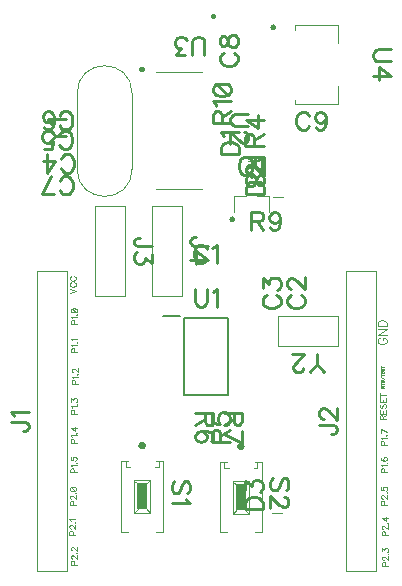
<source format=gbr>
G04 DipTrace 4.0.0.3*
G04 TopSilk.gbr*
%MOIN*%
G04 #@! TF.FileFunction,Legend,Top*
G04 #@! TF.Part,Single*
%ADD10C,0.004724*%
%ADD27C,0.007874*%
%ADD29C,0.011811*%
%ADD55C,0.009264*%
%ADD56C,0.004632*%
%ADD57C,0.001544*%
%ADD58C,0.003088*%
%FSLAX26Y26*%
G04*
G70*
G90*
G75*
G01*
G04 TopSilk*
%LPD*%
X1159299Y1832915D2*
D10*
X1127803Y1832914D1*
X1243318Y1714089D2*
X1211822D1*
X1240037Y661310D2*
X1208541D1*
X524966Y1466650D2*
X424966D1*
X524966Y466650D2*
Y1466650D1*
Y466650D2*
X424966D1*
Y541650D1*
Y1466650D1*
X1552668Y1468894D2*
X1452668D1*
X1552668Y468894D2*
Y1468894D1*
Y468894D2*
X1452668D1*
Y543894D1*
Y1468894D1*
X618780Y1685129D2*
X718780D1*
Y1385129D1*
X618780D2*
X718780D1*
X618780Y1685129D2*
Y1385129D1*
X806428Y1685261D2*
X906428D1*
Y1385261D1*
X806428D2*
X906428D1*
X806428Y1685261D2*
Y1385261D1*
X1119662Y1719026D2*
X1079898Y1719025D1*
X1079900Y1663907D1*
X1158245Y1719027D2*
X1198008Y1719028D1*
X1198010Y1663910D1*
G36*
X1064940Y1639890D2*
X1065024Y1641175D1*
X1065275Y1642438D1*
X1065689Y1643657D1*
X1066258Y1644812D1*
X1066974Y1645882D1*
X1067822Y1646850D1*
X1068790Y1647699D1*
X1069861Y1648414D1*
X1071016Y1648984D1*
X1072235Y1649398D1*
X1073497Y1649649D1*
X1074782Y1649733D1*
X1076067Y1649649D1*
X1077330Y1649398D1*
X1078549Y1648984D1*
X1079703Y1648415D1*
X1080774Y1647699D1*
X1081742Y1646851D1*
X1082591Y1645883D1*
X1083306Y1644812D1*
X1083876Y1643657D1*
X1084289Y1642438D1*
X1084541Y1641176D1*
X1084625Y1639891D1*
D1*
X1084541Y1638606D1*
X1084290Y1637343D1*
X1083876Y1636124D1*
X1083306Y1634970D1*
X1082591Y1633899D1*
X1081742Y1632931D1*
X1080774Y1632082D1*
X1079704Y1631367D1*
X1078549Y1630797D1*
X1077330Y1630384D1*
X1076067Y1630132D1*
X1074783Y1630048D1*
X1073498Y1630132D1*
X1072235Y1630383D1*
X1071016Y1630797D1*
X1069861Y1631367D1*
X1068791Y1632082D1*
X1067823Y1632931D1*
X1066974Y1633899D1*
X1066259Y1634969D1*
X1065689Y1636124D1*
X1065275Y1637343D1*
X1065024Y1638606D1*
X1064940Y1639890D1*
D1*
G37*
X703492Y835255D2*
D10*
Y599038D1*
X845224Y835255D2*
Y599038D1*
Y835255D2*
X821597D1*
X703492D2*
X727119D1*
X703492Y599038D2*
X727119D1*
X821597D2*
X845224D1*
X829478Y835255D2*
Y815542D1*
X817672D1*
X734986D2*
X719239D1*
Y835255D1*
X801911Y772261D2*
X746806D1*
Y662031D1*
X801911D1*
Y772261D1*
G36*
X790105Y760427D2*
X758612D1*
Y673865D1*
X790105D1*
Y760427D1*
G37*
X786164Y756504D2*
D10*
X801911Y772261D1*
X786164Y677787D2*
X801911Y662031D1*
X762552Y677787D2*
X746806Y662031D1*
X762552Y756504D2*
X746806Y768339D1*
G36*
X761857Y885877D2*
X761964Y887508D1*
X762283Y889112D1*
X762809Y890661D1*
X763532Y892127D1*
X764440Y893487D1*
X765519Y894716D1*
X766748Y895795D1*
X768108Y896703D1*
X769574Y897426D1*
X771123Y897952D1*
X772727Y898271D1*
X774358Y898378D1*
X775990Y898271D1*
X777594Y897952D1*
X779142Y897426D1*
X780609Y896703D1*
X781969Y895795D1*
X783198Y894716D1*
X784276Y893487D1*
X785185Y892127D1*
X785908Y890661D1*
X786434Y889112D1*
X786753Y887508D1*
X786860Y885877D1*
Y885871D1*
X786753Y884240D1*
X786434Y882636D1*
X785908Y881087D1*
X785185Y879621D1*
X784276Y878261D1*
X783198Y877032D1*
X781969Y875953D1*
X780609Y875045D1*
X779142Y874322D1*
X777594Y873796D1*
X775990Y873477D1*
X774358Y873370D1*
X772727Y873477D1*
X771123Y873796D1*
X769574Y874322D1*
X768108Y875045D1*
X766748Y875953D1*
X765519Y877032D1*
X764440Y878261D1*
X763532Y879621D1*
X762809Y881087D1*
X762283Y882636D1*
X761964Y884240D1*
X761857Y885871D1*
Y885877D1*
G37*
X1032398Y832344D2*
D10*
Y596127D1*
X1174130Y832344D2*
Y596127D1*
Y832344D2*
X1150503D1*
X1032398D2*
X1056025D1*
X1032398Y596127D2*
X1056025D1*
X1150503D2*
X1174130D1*
X1158383Y832344D2*
Y812631D1*
X1146577D1*
X1063891D2*
X1048144D1*
Y832344D1*
X1130816Y769350D2*
X1075711D1*
Y659121D1*
X1130816D1*
Y769350D1*
G36*
X1119010Y757516D2*
X1087517D1*
Y670954D1*
X1119010D1*
Y757516D1*
G37*
X1115070Y753593D2*
D10*
X1130816Y769350D1*
X1115070Y674877D2*
X1130816Y659121D1*
X1091458Y674877D2*
X1075711Y659121D1*
X1091458Y753593D2*
X1075711Y765428D1*
G36*
X1090762Y882966D2*
X1090869Y884598D1*
X1091188Y886201D1*
X1091714Y887750D1*
X1092437Y889217D1*
X1093346Y890576D1*
X1094424Y891806D1*
X1095653Y892884D1*
X1097013Y893792D1*
X1098480Y894516D1*
X1100028Y895041D1*
X1101632Y895360D1*
X1103264Y895467D1*
X1104896Y895360D1*
X1106499Y895041D1*
X1108048Y894516D1*
X1109514Y893792D1*
X1110874Y892884D1*
X1112104Y891806D1*
X1113182Y890576D1*
X1114090Y889217D1*
X1114813Y887750D1*
X1115339Y886201D1*
X1115658Y884598D1*
X1115765Y882966D1*
Y882961D1*
X1115658Y881329D1*
X1115339Y879725D1*
X1114813Y878177D1*
X1114090Y876710D1*
X1113182Y875350D1*
X1112104Y874121D1*
X1110874Y873043D1*
X1109514Y872134D1*
X1108048Y871411D1*
X1106499Y870885D1*
X1104896Y870566D1*
X1103264Y870459D1*
X1101632Y870566D1*
X1100028Y870885D1*
X1098480Y871411D1*
X1097013Y872134D1*
X1095653Y873043D1*
X1094424Y874121D1*
X1093346Y875350D1*
X1092437Y876710D1*
X1091714Y878177D1*
X1091188Y879725D1*
X1090869Y881329D1*
X1090762Y882961D1*
Y882966D1*
G37*
X914123Y1309559D2*
D27*
X1059793D1*
Y1053654D1*
X914123D1*
Y1309559D1*
X842273Y1319402D2*
X900344D1*
X975072Y2132115D2*
D10*
X821529D1*
X975072Y1741564D2*
X821529D1*
G36*
X773891Y2149438D2*
X775176Y2149354D1*
X776439Y2149103D1*
X777658Y2148689D1*
X778812Y2148120D1*
X779883Y2147404D1*
X780851Y2146556D1*
X781700Y2145588D1*
X782415Y2144517D1*
X782984Y2143362D1*
X783398Y2142143D1*
X783649Y2140881D1*
X783734Y2139596D1*
X783649Y2138311D1*
X783398Y2137048D1*
X782984Y2135829D1*
X782415Y2134675D1*
X781700Y2133604D1*
X780851Y2132636D1*
X779883Y2131787D1*
X778812Y2131072D1*
X777658Y2130502D1*
X776439Y2130089D1*
X775176Y2129837D1*
X773891Y2129753D1*
D1*
X772606Y2129837D1*
X771344Y2130089D1*
X770125Y2130502D1*
X768970Y2131072D1*
X767899Y2131787D1*
X766931Y2132636D1*
X766082Y2133604D1*
X765367Y2134675D1*
X764798Y2135829D1*
X764384Y2137048D1*
X764133Y2138311D1*
X764049Y2139596D1*
X764133Y2140881D1*
X764384Y2142143D1*
X764798Y2143362D1*
X765367Y2144517D1*
X766082Y2145588D1*
X766931Y2146556D1*
X767899Y2147404D1*
X768970Y2148120D1*
X770125Y2148689D1*
X771344Y2149103D1*
X772606Y2149354D1*
X773891Y2149438D1*
D1*
G37*
X1011139Y2317332D2*
D29*
X1011169Y2316991D1*
X1011257Y2316659D1*
X1011403Y2316348D1*
X1011600Y2316067D1*
X1011843Y2315824D1*
X1012123Y2315627D1*
X1012434Y2315482D1*
X1012766Y2315394D1*
X1013108Y2315364D1*
X1013449Y2315394D1*
X1013781Y2315482D1*
X1014092Y2315627D1*
X1014373Y2315824D1*
X1014615Y2316067D1*
X1014812Y2316348D1*
X1014958Y2316659D1*
X1015046Y2316991D1*
X1015076Y2317332D1*
X1015046Y2317673D1*
X1014958Y2318005D1*
X1014812Y2318316D1*
X1014615Y2318597D1*
X1014373Y2318840D1*
X1014092Y2319037D1*
X1013781Y2319182D1*
X1013449Y2319270D1*
X1013108Y2319301D1*
X1012766Y2319270D1*
X1012434Y2319182D1*
X1012123Y2319037D1*
X1011843Y2318840D1*
X1011600Y2318597D1*
X1011403Y2318316D1*
X1011257Y2318005D1*
X1011169Y2317673D1*
X1011139Y2317332D1*
X1428803Y2227519D2*
D10*
X1428801Y2287755D1*
X1282344Y2287751D1*
X1282345Y2272397D1*
X1428806Y2083424D2*
X1428808Y2023188D1*
X1282351Y2023185D1*
Y2038539D1*
G36*
X1211478Y2289718D2*
X1212763Y2289634D1*
X1214026Y2289383D1*
X1215245Y2288969D1*
X1216399Y2288400D1*
X1217470Y2287684D1*
X1218438Y2286835D1*
X1219287Y2285868D1*
X1220002Y2284797D1*
X1220572Y2283642D1*
X1220986Y2282423D1*
X1221237Y2281161D1*
X1221321Y2279876D1*
X1221237Y2278591D1*
X1220986Y2277328D1*
X1220572Y2276109D1*
X1220002Y2274955D1*
X1219287Y2273884D1*
X1218438Y2272916D1*
X1217470Y2272067D1*
X1216400Y2271352D1*
X1215245Y2270782D1*
X1214026Y2270369D1*
X1212763Y2270117D1*
X1211479Y2270033D1*
D1*
X1210194Y2270117D1*
X1208931Y2270368D1*
X1207712Y2270782D1*
X1206557Y2271352D1*
X1205487Y2272067D1*
X1204519Y2272916D1*
X1203670Y2273884D1*
X1202955Y2274954D1*
X1202385Y2276109D1*
X1201971Y2277328D1*
X1201720Y2278591D1*
X1201636Y2279875D1*
X1201720Y2281160D1*
X1201971Y2282423D1*
X1202385Y2283642D1*
X1202954Y2284797D1*
X1203670Y2285867D1*
X1204519Y2286835D1*
X1205486Y2287684D1*
X1206557Y2288399D1*
X1207712Y2288969D1*
X1208931Y2289383D1*
X1210193Y2289634D1*
X1211478Y2289718D1*
D1*
G37*
X557462Y1808259D2*
D10*
Y2060227D1*
X740927Y1808259D2*
Y2060227D1*
X557462Y1808259D2*
G03X740927Y1808259I91732J0D01*
G01*
X557462Y2060227D2*
G02X740927Y2060227I91732J0D01*
G01*
X1226785Y1318551D2*
Y1218551D1*
X1426785Y1318551D2*
X1226785D1*
X1426785D2*
Y1218551D1*
X1226785D1*
X1566317Y1244921D2*
D56*
X1563465Y1243495D1*
X1560580Y1240610D1*
X1559154Y1237758D1*
Y1232021D1*
X1560580Y1229136D1*
X1563465Y1226284D1*
X1566317Y1224825D1*
X1570628Y1223399D1*
X1577824D1*
X1582102Y1224825D1*
X1584987Y1226284D1*
X1587839Y1229136D1*
X1589298Y1232021D1*
Y1237758D1*
X1587839Y1240610D1*
X1584987Y1243495D1*
X1582102Y1244921D1*
X1577824D1*
Y1237758D1*
X1559154Y1274281D2*
X1589298D1*
X1559154Y1254185D1*
X1589298D1*
X1559154Y1283544D2*
X1589298D1*
Y1293592D1*
X1587839Y1297903D1*
X1584987Y1300788D1*
X1582102Y1302214D1*
X1577824Y1303640D1*
X1570628D1*
X1566317Y1302214D1*
X1563465Y1300788D1*
X1560580Y1297903D1*
X1559154Y1293592D1*
Y1283544D1*
X1573863Y1077142D2*
D57*
Y1081442D1*
X1573377Y1082879D1*
X1572901Y1083365D1*
X1571951Y1083841D1*
X1570989D1*
X1570038Y1083365D1*
X1569552Y1082879D1*
X1569077Y1081442D1*
Y1077142D1*
X1579125D1*
X1573863Y1080491D2*
X1579125Y1083841D1*
X1569077Y1090278D2*
X1579125D1*
X1569077Y1086929D2*
Y1093627D1*
X1570514Y1103414D2*
X1569552Y1102463D1*
X1569077Y1101026D1*
Y1099114D1*
X1569552Y1097677D1*
X1570514Y1096715D1*
X1571464D1*
X1572426Y1097201D1*
X1572901Y1097677D1*
X1573377Y1098627D1*
X1574338Y1101501D1*
X1574814Y1102463D1*
X1575300Y1102938D1*
X1576251Y1103414D1*
X1577688D1*
X1578638Y1102463D1*
X1579125Y1101026D1*
Y1099114D1*
X1578638Y1097677D1*
X1577688Y1096715D1*
X1579125Y1106502D2*
X1569088Y1113200D1*
X1569077Y1119637D2*
X1579125D1*
X1569077Y1116288D2*
Y1122987D1*
Y1132287D2*
Y1126075D1*
X1579125D1*
Y1132287D1*
X1573863Y1126075D2*
Y1129899D1*
X1570514Y1142073D2*
X1569552Y1141123D1*
X1569077Y1139686D1*
Y1137773D1*
X1569552Y1136336D1*
X1570514Y1135375D1*
X1571464D1*
X1572426Y1135861D1*
X1572901Y1136336D1*
X1573377Y1137287D1*
X1574338Y1140161D1*
X1574814Y1141123D1*
X1575300Y1141598D1*
X1576251Y1142073D1*
X1577688D1*
X1578638Y1141123D1*
X1579125Y1139686D1*
Y1137773D1*
X1578638Y1136336D1*
X1577688Y1135375D1*
X1569077Y1148511D2*
X1579125D1*
X1569077Y1145161D2*
Y1151860D1*
X1576422Y972963D2*
D58*
Y981562D1*
X1575449Y984437D1*
X1574498Y985409D1*
X1572597Y986360D1*
X1570674D1*
X1568772Y985409D1*
X1567800Y984437D1*
X1566849Y981562D1*
Y972963D1*
X1586945D1*
X1576422Y979661D2*
X1586945Y986360D1*
X1566849Y1004960D2*
Y992536D1*
X1586945D1*
Y1004960D1*
X1576422Y992536D2*
Y1000185D1*
X1569723Y1024533D2*
X1567800Y1022632D1*
X1566849Y1019758D1*
Y1015933D1*
X1567800Y1013059D1*
X1569723Y1011136D1*
X1571624D1*
X1573548Y1012109D1*
X1574498Y1013059D1*
X1575449Y1014961D1*
X1577372Y1020709D1*
X1578323Y1022632D1*
X1579296Y1023583D1*
X1581197Y1024533D1*
X1584071D1*
X1585972Y1022632D1*
X1586945Y1019758D1*
Y1015933D1*
X1585972Y1013059D1*
X1584071Y1011136D1*
X1566849Y1043134D2*
Y1030709D1*
X1586945D1*
Y1043134D1*
X1576422Y1030709D2*
Y1038358D1*
X1566849Y1056008D2*
X1586945D1*
X1566849Y1049309D2*
Y1062707D1*
X1579590Y888234D2*
Y896856D1*
X1578640Y899708D1*
X1577667Y900681D1*
X1575766Y901632D1*
X1572892D1*
X1570990Y900681D1*
X1570018Y899708D1*
X1569067Y896856D1*
Y888234D1*
X1589163D1*
X1572914Y907807D2*
X1571941Y909731D1*
X1569089Y912605D1*
X1589163D1*
X1587240Y919731D2*
X1588212Y918780D1*
X1589163Y919731D1*
X1588212Y920704D1*
X1587240Y919731D1*
X1589163Y930704D2*
X1569089Y940277D1*
Y926879D1*
X1581190Y796562D2*
Y805184D1*
X1580239Y808036D1*
X1579267Y809009D1*
X1577365Y809960D1*
X1574491D1*
X1572590Y809009D1*
X1571617Y808036D1*
X1570667Y805184D1*
Y796562D1*
X1590763D1*
X1574513Y816135D2*
X1573541Y818059D1*
X1570689Y820933D1*
X1590763D1*
X1588839Y828059D2*
X1589812Y827108D1*
X1590763Y828059D1*
X1589812Y829032D1*
X1588839Y828059D1*
X1573541Y846681D2*
X1571639Y845731D1*
X1570689Y842857D1*
Y840956D1*
X1571639Y838082D1*
X1574513Y836158D1*
X1579289Y835208D1*
X1584064D1*
X1587889Y836158D1*
X1589812Y838082D1*
X1590763Y840956D1*
Y841906D1*
X1589812Y844758D1*
X1587889Y846681D1*
X1585015Y847632D1*
X1584064D1*
X1581190Y846681D1*
X1579289Y844758D1*
X1578338Y841906D1*
Y840956D1*
X1579289Y838082D1*
X1581190Y836158D1*
X1584064Y835208D1*
X533511Y1393991D2*
X553607Y1401641D1*
X533511Y1409290D1*
X538286Y1429814D2*
X536385Y1428863D1*
X534461Y1426940D1*
X533511Y1425038D1*
Y1421214D1*
X534461Y1419290D1*
X536385Y1417389D1*
X538286Y1416416D1*
X541160Y1415466D1*
X545957D1*
X548809Y1416416D1*
X550732Y1417389D1*
X552634Y1419290D1*
X553607Y1421214D1*
Y1425038D1*
X552634Y1426940D1*
X550732Y1428863D1*
X548809Y1429814D1*
X538286Y1450337D2*
X536385Y1449387D1*
X534461Y1447463D1*
X533511Y1445562D1*
Y1441737D1*
X534461Y1439814D1*
X536385Y1437913D1*
X538286Y1436940D1*
X541160Y1435989D1*
X545957D1*
X548809Y1436940D1*
X550732Y1437913D1*
X552634Y1439814D1*
X553607Y1441737D1*
Y1445562D1*
X552634Y1447463D1*
X550732Y1449387D1*
X548809Y1450337D1*
X1581405Y688523D2*
Y697145D1*
X1580455Y699997D1*
X1579482Y700970D1*
X1577581Y701920D1*
X1574707D1*
X1572805Y700970D1*
X1571833Y699997D1*
X1570882Y697145D1*
Y688523D1*
X1590978D1*
X1575679Y709069D2*
X1574729D1*
X1572805Y710019D1*
X1571855Y710970D1*
X1570904Y712893D1*
Y716718D1*
X1571855Y718619D1*
X1572805Y719570D1*
X1574729Y720543D1*
X1576630D1*
X1578553Y719570D1*
X1581405Y717669D1*
X1590978Y708096D1*
Y721493D1*
X1589055Y728620D2*
X1590027Y727669D1*
X1590978Y728620D1*
X1590027Y729592D1*
X1589055Y728620D1*
X1570904Y747242D2*
Y737691D1*
X1579504Y736741D1*
X1578553Y737691D1*
X1577581Y740565D1*
Y743417D1*
X1578553Y746291D1*
X1580455Y748215D1*
X1583329Y749165D1*
X1585230D1*
X1588104Y748215D1*
X1590027Y746291D1*
X1590978Y743417D1*
Y740565D1*
X1590027Y737691D1*
X1589055Y736741D1*
X1587153Y735768D1*
X1583863Y586666D2*
Y595288D1*
X1582913Y598140D1*
X1581940Y599113D1*
X1580039Y600063D1*
X1577165D1*
X1575263Y599113D1*
X1574291Y598140D1*
X1573340Y595288D1*
Y586666D1*
X1593436D1*
X1578137Y607212D2*
X1577187D1*
X1575263Y608162D1*
X1574313Y609113D1*
X1573362Y611036D1*
Y614861D1*
X1574313Y616762D1*
X1575263Y617713D1*
X1577187Y618686D1*
X1579088D1*
X1581011Y617713D1*
X1583863Y615812D1*
X1593436Y606239D1*
Y619636D1*
X1591513Y626763D2*
X1592485Y625812D1*
X1593436Y626763D1*
X1592485Y627735D1*
X1591513Y626763D1*
X1593436Y643484D2*
X1573362D1*
X1586737Y633911D1*
Y648259D1*
X1584820Y483919D2*
Y492541D1*
X1583869Y495393D1*
X1582897Y496366D1*
X1580995Y497317D1*
X1578121D1*
X1576220Y496366D1*
X1575247Y495393D1*
X1574297Y492541D1*
Y483919D1*
X1594393D1*
X1579094Y504465D2*
X1578143D1*
X1576220Y505416D1*
X1575269Y506366D1*
X1574319Y508290D1*
Y512114D1*
X1575269Y514016D1*
X1576220Y514966D1*
X1578143Y515939D1*
X1580045D1*
X1581968Y514966D1*
X1584820Y513065D1*
X1594393Y503492D1*
Y516890D1*
X1592469Y524016D2*
X1593442Y523065D1*
X1594393Y524016D1*
X1593442Y524989D1*
X1592469Y524016D1*
X1574319Y533088D2*
Y543589D1*
X1581968Y537863D1*
Y540737D1*
X1582919Y542638D1*
X1583869Y543589D1*
X1586743Y544562D1*
X1588645D1*
X1591519Y543589D1*
X1593442Y541688D1*
X1594393Y538814D1*
Y535940D1*
X1593442Y533088D1*
X1592469Y532137D1*
X1590568Y531164D1*
X547565Y1290839D2*
Y1299461D1*
X546615Y1302313D1*
X545642Y1303286D1*
X543741Y1304237D1*
X540867D1*
X538965Y1303286D1*
X537993Y1302313D1*
X537042Y1299461D1*
Y1290839D1*
X557138D1*
X540889Y1310412D2*
X539916Y1312336D1*
X537064Y1315210D1*
X557138D1*
X555215Y1322336D2*
X556187Y1321385D1*
X557138Y1322336D1*
X556187Y1323309D1*
X555215Y1322336D1*
X537064Y1335232D2*
X538015Y1332358D1*
X540889Y1330435D1*
X545664Y1329484D1*
X548538D1*
X553313Y1330435D1*
X556187Y1332358D1*
X557138Y1335232D1*
Y1337134D1*
X556187Y1340008D1*
X553313Y1341909D1*
X548538Y1342882D1*
X545664D1*
X540889Y1341909D1*
X538015Y1340008D1*
X537064Y1337134D1*
Y1335232D1*
X540889Y1341909D2*
X553313Y1330435D1*
X548753Y1197480D2*
Y1206102D1*
X547802Y1208954D1*
X546830Y1209926D1*
X544928Y1210877D1*
X542054D1*
X540153Y1209926D1*
X539180Y1208954D1*
X538230Y1206102D1*
Y1197480D1*
X558326D1*
X542076Y1217053D2*
X541104Y1218976D1*
X538252Y1221850D1*
X558326D1*
X556402Y1228976D2*
X557375Y1228026D1*
X558326Y1228976D1*
X557375Y1229949D1*
X556402Y1228976D1*
X542076Y1236125D2*
X541104Y1238048D1*
X538252Y1240922D1*
X558326D1*
X549413Y1091435D2*
Y1100057D1*
X548462Y1102909D1*
X547490Y1103882D1*
X545588Y1104832D1*
X542714D1*
X540813Y1103882D1*
X539840Y1102909D1*
X538890Y1100057D1*
Y1091435D1*
X558986D1*
X542737Y1111008D2*
X541764Y1112931D1*
X538912Y1115805D1*
X558986D1*
X557062Y1122932D2*
X558035Y1121981D1*
X558986Y1122932D1*
X558035Y1123905D1*
X557062Y1122932D1*
X543687Y1131053D2*
X542737D1*
X540813Y1132004D1*
X539863Y1132954D1*
X538912Y1134878D1*
Y1138702D1*
X539863Y1140604D1*
X540813Y1141554D1*
X542737Y1142527D1*
X544638D1*
X546561Y1141554D1*
X549413Y1139653D1*
X558986Y1130080D1*
Y1143478D1*
X548172Y991767D2*
Y1000389D1*
X547221Y1003241D1*
X546248Y1004214D1*
X544347Y1005164D1*
X541473D1*
X539572Y1004214D1*
X538599Y1003241D1*
X537648Y1000389D1*
Y991767D1*
X557744D1*
X541495Y1011340D2*
X540522Y1013263D1*
X537670Y1016137D1*
X557744D1*
X555821Y1023264D2*
X556794Y1022313D1*
X557744Y1023264D1*
X556794Y1024237D1*
X555821Y1023264D1*
X537670Y1032336D2*
Y1042837D1*
X545320Y1037111D1*
Y1039985D1*
X546270Y1041886D1*
X547221Y1042837D1*
X550095Y1043810D1*
X551996D1*
X554870Y1042837D1*
X556794Y1040936D1*
X557744Y1038062D1*
Y1035188D1*
X556794Y1032336D1*
X555821Y1031385D1*
X553920Y1030412D1*
X546030Y895320D2*
Y903942D1*
X545079Y906793D1*
X544107Y907766D1*
X542205Y908717D1*
X539331D1*
X537430Y907766D1*
X536457Y906793D1*
X535507Y903942D1*
Y895320D1*
X555603D1*
X539353Y914893D2*
X538381Y916816D1*
X535529Y919690D1*
X555603D1*
X553679Y926816D2*
X554652Y925866D1*
X555603Y926816D1*
X554652Y927789D1*
X553679Y926816D1*
X555603Y943537D2*
X535529D1*
X548904Y933965D1*
Y948313D1*
X546010Y796617D2*
Y805239D1*
X545060Y808091D1*
X544087Y809064D1*
X542186Y810015D1*
X539312D1*
X537410Y809064D1*
X536438Y808091D1*
X535487Y805239D1*
Y796617D1*
X555583D1*
X539334Y816190D2*
X538361Y818114D1*
X535509Y820988D1*
X555583D1*
X553660Y828114D2*
X554632Y827164D1*
X555583Y828114D1*
X554632Y829087D1*
X553660Y828114D1*
X535509Y846737D2*
Y837186D1*
X544109Y836235D1*
X543158Y837186D1*
X542186Y840060D1*
Y842912D1*
X543158Y845786D1*
X545060Y847709D1*
X547934Y848660D1*
X549835D1*
X552709Y847709D1*
X554632Y845786D1*
X555583Y842912D1*
Y840060D1*
X554632Y837186D1*
X553660Y836235D1*
X551758Y835263D1*
X544319Y687057D2*
Y695679D1*
X543368Y698531D1*
X542395Y699504D1*
X540494Y700454D1*
X537620D1*
X535719Y699504D1*
X534746Y698531D1*
X533795Y695679D1*
Y687057D1*
X553891D1*
X538593Y707603D2*
X537642D1*
X535719Y708553D1*
X534768Y709504D1*
X533817Y711427D1*
Y715252D1*
X534768Y717153D1*
X535719Y718104D1*
X537642Y719077D1*
X539543D1*
X541467Y718104D1*
X544319Y716203D1*
X553891Y706630D1*
Y720027D1*
X551968Y727154D2*
X552941Y726203D1*
X553891Y727154D1*
X552941Y728126D1*
X551968Y727154D1*
X533817Y740050D2*
X534768Y737176D1*
X537642Y735253D1*
X542417Y734302D1*
X545291D1*
X550067Y735253D1*
X552941Y737176D1*
X553891Y740050D1*
Y741951D1*
X552941Y744826D1*
X550067Y746727D1*
X545291Y747700D1*
X542417D1*
X537642Y746727D1*
X534768Y744826D1*
X533817Y741951D1*
Y740050D1*
X537642Y746727D2*
X550067Y735253D1*
X542438Y588536D2*
Y597158D1*
X541487Y600010D1*
X540515Y600983D1*
X538613Y601933D1*
X535739D1*
X533838Y600983D1*
X532865Y600010D1*
X531915Y597158D1*
Y588536D1*
X552011D1*
X536712Y609082D2*
X535761D1*
X533838Y610032D1*
X532887Y610983D1*
X531937Y612906D1*
Y616731D1*
X532887Y618632D1*
X533838Y619583D1*
X535761Y620556D1*
X537663D1*
X539586Y619583D1*
X542438Y617682D1*
X552011Y608109D1*
Y621506D1*
X550087Y628633D2*
X551060Y627682D1*
X552011Y628633D1*
X551060Y629605D1*
X550087Y628633D1*
X535761Y635781D2*
X534789Y637705D1*
X531937Y640579D1*
X552011D1*
X547627Y488196D2*
Y496818D1*
X546676Y499670D1*
X545704Y500643D1*
X543802Y501593D1*
X540928D1*
X539027Y500643D1*
X538054Y499670D1*
X537104Y496818D1*
Y488196D1*
X557200D1*
X541901Y508742D2*
X540950D1*
X539027Y509693D1*
X538076Y510643D1*
X537126Y512567D1*
Y516391D1*
X538076Y518293D1*
X539027Y519243D1*
X540950Y520216D1*
X542852D1*
X544775Y519243D1*
X547627Y517342D1*
X557200Y507769D1*
Y521167D1*
X555276Y528293D2*
X556249Y527342D1*
X557200Y528293D1*
X556249Y529266D1*
X555276Y528293D1*
X541901Y536414D2*
X540950D1*
X539027Y537365D1*
X538076Y538315D1*
X537126Y540239D1*
Y544063D1*
X538076Y545965D1*
X539027Y546915D1*
X540950Y547888D1*
X542852D1*
X544775Y546915D1*
X547627Y545014D1*
X557200Y535441D1*
Y548839D1*
X989522Y1540687D2*
D55*
X986670Y1546391D1*
X980900Y1552161D1*
X975196Y1555013D1*
X963722D1*
X957952Y1552161D1*
X952248Y1546391D1*
X949330Y1540687D1*
X946478Y1532065D1*
Y1517673D1*
X949330Y1509118D1*
X952248Y1503347D1*
X957952Y1497644D1*
X963722Y1494725D1*
X975196D1*
X980900Y1497644D1*
X986670Y1503347D1*
X989522Y1509118D1*
X1008049Y1543473D2*
X1013819Y1546391D1*
X1022441Y1554947D1*
Y1494725D1*
X1272011Y1387941D2*
X1266307Y1385089D1*
X1260537Y1379319D1*
X1257685Y1373615D1*
Y1362141D1*
X1260537Y1356371D1*
X1266307Y1350667D1*
X1272011Y1347749D1*
X1280633Y1344897D1*
X1295025D1*
X1303581Y1347749D1*
X1309351Y1350667D1*
X1315055Y1356371D1*
X1317973Y1362141D1*
Y1373615D1*
X1315055Y1379319D1*
X1309351Y1385089D1*
X1303581Y1387941D1*
X1272077Y1409386D2*
X1269225D1*
X1263455Y1412238D1*
X1260603Y1415090D1*
X1257751Y1420860D1*
Y1432334D1*
X1260603Y1438038D1*
X1263455Y1440890D1*
X1269225Y1443808D1*
X1274929D1*
X1280699Y1440890D1*
X1289255Y1435186D1*
X1317973Y1406468D1*
Y1446660D1*
X1189894Y1387078D2*
X1184190Y1384227D1*
X1178420Y1378456D1*
X1175568Y1372753D1*
Y1361279D1*
X1178420Y1355508D1*
X1184190Y1349805D1*
X1189894Y1346886D1*
X1198516Y1344035D1*
X1212908D1*
X1221464Y1346886D1*
X1227234Y1349805D1*
X1232938Y1355508D1*
X1235856Y1361279D1*
Y1372753D1*
X1232938Y1378456D1*
X1227234Y1384227D1*
X1221464Y1387078D1*
X1175634Y1411376D2*
Y1442879D1*
X1198582Y1425702D1*
Y1434324D1*
X1201434Y1440027D1*
X1204286Y1442879D1*
X1212908Y1445798D1*
X1218612D1*
X1227234Y1442879D1*
X1233004Y1437175D1*
X1235856Y1428553D1*
Y1419931D1*
X1233004Y1411376D1*
X1230086Y1408524D1*
X1224382Y1405606D1*
X503993Y1810169D2*
X506845Y1804466D1*
X512615Y1798696D1*
X518319Y1795844D1*
X529793D1*
X535563Y1798696D1*
X541267Y1804466D1*
X544185Y1810169D1*
X547037Y1818792D1*
Y1833184D1*
X544185Y1841739D1*
X541267Y1847510D1*
X535563Y1853213D1*
X529793Y1856132D1*
X518319D1*
X512615Y1853213D1*
X506845Y1847510D1*
X503993Y1841739D1*
X456748Y1856132D2*
Y1795910D1*
X485466Y1836036D1*
X442422D1*
X498475Y1889158D2*
X501327Y1883454D1*
X507097Y1877684D1*
X512801Y1874832D1*
X524275D1*
X530045Y1877684D1*
X535749Y1883454D1*
X538667Y1889158D1*
X541519Y1897780D1*
Y1912172D1*
X538667Y1920728D1*
X535749Y1926498D1*
X530045Y1932202D1*
X524275Y1935120D1*
X512801D1*
X507097Y1932202D1*
X501327Y1926498D1*
X498475Y1920728D1*
X445526Y1874898D2*
X474178D1*
X477030Y1900698D1*
X474178Y1897846D1*
X465556Y1894928D1*
X457000D1*
X448378Y1897846D1*
X442608Y1903550D1*
X439756Y1912172D1*
Y1917876D1*
X442608Y1926498D1*
X448378Y1932268D1*
X457000Y1935120D1*
X465556D1*
X474178Y1932268D1*
X477030Y1929350D1*
X479948Y1923646D1*
X498943Y1954062D2*
X501795Y1948358D1*
X507565Y1942588D1*
X513269Y1939736D1*
X524743D1*
X530513Y1942588D1*
X536217Y1948358D1*
X539135Y1954062D1*
X541987Y1962684D1*
Y1977076D1*
X539135Y1985632D1*
X536217Y1991402D1*
X530513Y1997106D1*
X524743Y2000024D1*
X513269D1*
X507565Y1997106D1*
X501795Y1991402D1*
X498943Y1985632D1*
X445994Y1948358D2*
X448846Y1942654D1*
X457468Y1939802D1*
X463172D1*
X471794Y1942654D1*
X477564Y1951276D1*
X480416Y1965602D1*
Y1979928D1*
X477564Y1991402D1*
X471794Y1997172D1*
X463172Y2000024D1*
X460320D1*
X451764Y1997172D1*
X445994Y1991402D1*
X443142Y1982780D1*
Y1979928D1*
X445994Y1971306D1*
X451764Y1965602D1*
X460320Y1962750D1*
X463172D1*
X471794Y1965602D1*
X477564Y1971306D1*
X480416Y1979928D1*
X499542Y1737143D2*
X502394Y1731439D1*
X508164Y1725669D1*
X513868Y1722817D1*
X525342D1*
X531112Y1725669D1*
X536816Y1731439D1*
X539734Y1737143D1*
X542586Y1745765D1*
Y1760157D1*
X539734Y1768713D1*
X536816Y1774483D1*
X531112Y1780187D1*
X525342Y1783105D1*
X513868D1*
X508164Y1780187D1*
X502394Y1774483D1*
X499542Y1768713D1*
X469541Y1783105D2*
X440823Y1722884D1*
X481015D1*
X1047702Y2195315D2*
X1041999Y2192463D1*
X1036229Y2186692D1*
X1033377Y2180988D1*
Y2169515D1*
X1036229Y2163744D1*
X1041999Y2158041D1*
X1047703Y2155123D1*
X1056325Y2152271D1*
X1070717D1*
X1079273Y2155123D1*
X1085043Y2158042D1*
X1090747Y2163745D1*
X1093665Y2169516D1*
Y2180990D1*
X1090746Y2186693D1*
X1085043Y2192463D1*
X1079272Y2195315D1*
X1033442Y2228167D2*
X1036294Y2219612D1*
X1041998Y2216693D1*
X1047768Y2216694D1*
X1053472Y2219612D1*
X1056390Y2225316D1*
X1059242Y2236790D1*
X1062094Y2245412D1*
X1067864Y2251116D1*
X1073567Y2253968D1*
X1082190D1*
X1087893Y2251116D1*
X1090812Y2248264D1*
X1093664Y2239642D1*
Y2228168D1*
X1090812Y2219613D1*
X1087894Y2216694D1*
X1082190Y2213842D1*
X1073568D1*
X1067864Y2216694D1*
X1062094Y2222464D1*
X1059242Y2231020D1*
X1056390Y2242494D1*
X1053472Y2248264D1*
X1047768Y2251115D1*
X1041998D1*
X1036294Y2248263D1*
X1033442Y2239641D1*
Y2228167D1*
X1331308Y1983984D2*
X1328456Y1989688D1*
X1322685Y1995458D1*
X1316982Y1998310D1*
X1305508D1*
X1299738Y1995458D1*
X1294034Y1989688D1*
X1291116Y1983984D1*
X1288264Y1975362D1*
Y1960970D1*
X1291116Y1952414D1*
X1294034Y1946644D1*
X1299738Y1940940D1*
X1305508Y1938022D1*
X1316982D1*
X1322685Y1940940D1*
X1328456Y1946644D1*
X1331308Y1952414D1*
X1387175Y1978214D2*
X1384256Y1969592D1*
X1378553Y1963822D1*
X1369931Y1960970D1*
X1367079D1*
X1358457Y1963822D1*
X1352753Y1969592D1*
X1349835Y1978214D1*
Y1981066D1*
X1352753Y1989688D1*
X1358457Y1995392D1*
X1367079Y1998244D1*
X1369931D1*
X1378553Y1995392D1*
X1384256Y1989688D1*
X1387175Y1978214D1*
Y1963822D1*
X1384256Y1949496D1*
X1378553Y1940874D1*
X1369931Y1938022D1*
X1364227D1*
X1355605Y1940874D1*
X1352753Y1946644D1*
X1035998Y1857381D2*
X1096286Y1857382D1*
X1096285Y1877478D1*
X1093367Y1886100D1*
X1087663Y1891870D1*
X1081893Y1894722D1*
X1073337Y1897573D1*
X1058945D1*
X1050323Y1894721D1*
X1044619Y1891869D1*
X1038849Y1886099D1*
X1035997Y1877477D1*
X1035998Y1857381D1*
X1047537Y1916100D2*
X1044619Y1921870D1*
X1036063Y1930492D1*
X1096284Y1930493D1*
X1120017Y1725657D2*
X1180305D1*
Y1745753D1*
X1177387Y1754375D1*
X1171683Y1760145D1*
X1165913Y1762997D1*
X1157357Y1765849D1*
X1142965D1*
X1134343Y1762997D1*
X1128639Y1760145D1*
X1122869Y1754375D1*
X1120017Y1745753D1*
Y1725657D1*
X1134409Y1787295D2*
X1131557D1*
X1125787Y1790147D1*
X1122935Y1792998D1*
X1120083Y1798769D1*
Y1810243D1*
X1122935Y1815946D1*
X1125787Y1818798D1*
X1131557Y1821717D1*
X1137261D1*
X1143031Y1818798D1*
X1151587Y1813094D1*
X1180305Y1784376D1*
Y1824568D1*
X1116736Y672878D2*
X1177024D1*
Y692974D1*
X1174106Y701596D1*
X1168402Y707366D1*
X1162632Y710218D1*
X1154076Y713070D1*
X1139684D1*
X1131062Y710218D1*
X1125358Y707366D1*
X1119588Y701596D1*
X1116736Y692974D1*
Y672878D1*
X1116802Y737367D2*
Y768871D1*
X1139750Y751693D1*
Y760315D1*
X1142602Y766019D1*
X1145454Y768871D1*
X1154076Y771789D1*
X1159780D1*
X1168402Y768871D1*
X1174172Y763167D1*
X1177024Y754545D1*
Y745923D1*
X1174172Y737367D1*
X1171254Y734515D1*
X1165550Y731597D1*
X337098Y964549D2*
X382994D1*
X391616Y961697D1*
X394468Y958779D1*
X397386Y953075D1*
Y947305D1*
X394468Y941601D1*
X391616Y938749D1*
X382994Y935831D1*
X377290D1*
X348638Y983076D2*
X345720Y988846D1*
X337165Y997468D1*
X397386D1*
X1364800Y953893D2*
X1410696D1*
X1419318Y951041D1*
X1422170Y948123D1*
X1425088Y942419D1*
Y936649D1*
X1422170Y930945D1*
X1419318Y928093D1*
X1410696Y925175D1*
X1404992D1*
X1379192Y975339D2*
X1376341D1*
X1370570Y978190D1*
X1367719Y981042D1*
X1364867Y986812D1*
Y998286D1*
X1367719Y1003990D1*
X1370570Y1006842D1*
X1376341Y1009760D1*
X1382044D1*
X1387815Y1006842D1*
X1396370Y1001138D1*
X1425088Y972420D1*
Y1012612D1*
X806647Y1550129D2*
X760751D1*
X752129Y1552981D1*
X749277Y1555899D1*
X746359Y1561603D1*
Y1567373D1*
X749277Y1573077D1*
X752129Y1575929D1*
X760751Y1578847D1*
X766455D1*
X806581Y1525832D2*
Y1494328D1*
X783633Y1511506D1*
Y1502884D1*
X780781Y1497180D1*
X777929Y1494328D1*
X769307Y1491410D1*
X763603D1*
X754981Y1494328D1*
X749211Y1500032D1*
X746359Y1508654D1*
Y1517276D1*
X749211Y1525832D1*
X752129Y1528684D1*
X757833Y1531602D1*
X994296Y1551688D2*
X948400D1*
X939778Y1554540D1*
X936926Y1557458D1*
X934008Y1563162D1*
Y1568932D1*
X936926Y1574636D1*
X939778Y1577487D1*
X948400Y1580406D1*
X954104D1*
X934008Y1504442D2*
X994229D1*
X954104Y1533161D1*
Y1490117D1*
X1113210Y1848626D2*
X1107506Y1845840D1*
X1101736Y1840070D1*
X1098884Y1834299D1*
X1095966Y1825677D1*
X1095967Y1811351D1*
X1098885Y1802729D1*
X1101737Y1797026D1*
X1107507Y1791256D1*
X1113211Y1788404D1*
X1124685D1*
X1130455Y1791256D1*
X1136159Y1797027D1*
X1139011Y1802731D1*
X1141929Y1811353D1*
X1141928Y1825679D1*
X1139010Y1834300D1*
X1136158Y1840071D1*
X1130454Y1845840D1*
X1124683Y1848626D1*
X1113210D1*
X1121833Y1799878D2*
X1139011Y1782635D1*
X1160455Y1837087D2*
X1166225Y1840005D1*
X1174847Y1848561D1*
X1174849Y1788339D1*
X1147521Y1885024D2*
Y1910824D1*
X1144603Y1919446D1*
X1141751Y1922364D1*
X1136047Y1925216D1*
X1130277D1*
X1124573Y1922364D1*
X1121655Y1919446D1*
X1118803Y1910824D1*
Y1885024D1*
X1179091D1*
X1147521Y1905120D2*
X1179091Y1925216D1*
Y1972461D2*
X1118869D1*
X1158995Y1943743D1*
Y1986787D1*
X1035100Y897236D2*
Y923036D1*
X1032181Y931658D1*
X1029330Y934576D1*
X1023626Y937428D1*
X1017856D1*
X1012152Y934576D1*
X1009234Y931658D1*
X1006382Y923036D1*
Y897236D1*
X1066670D1*
X1035100Y917332D2*
X1066670Y937428D1*
X1006448Y990377D2*
Y961725D1*
X1032248Y958873D1*
X1029396Y961725D1*
X1026478Y970347D1*
Y978903D1*
X1029396Y987525D1*
X1035100Y993295D1*
X1043722Y996147D1*
X1049426D1*
X1058048Y993295D1*
X1063818Y987525D1*
X1066670Y978903D1*
Y970347D1*
X1063818Y961725D1*
X1060900Y958873D1*
X1055196Y955955D1*
X983449Y993376D2*
Y967576D1*
X986367Y958954D1*
X989219Y956036D1*
X994923Y953184D1*
X1000693D1*
X1006397Y956036D1*
X1009315Y958954D1*
X1012167Y967576D1*
Y993376D1*
X951879D1*
X983449Y973280D2*
X951879Y953184D1*
X1003545Y900235D2*
X1009249Y903087D1*
X1012101Y911709D1*
Y917413D1*
X1009249Y926035D1*
X1000627Y931805D1*
X986301Y934657D1*
X971975D1*
X960501Y931805D1*
X954731Y926035D1*
X951879Y917413D1*
Y914561D1*
X954731Y906005D1*
X960501Y900235D1*
X969123Y897383D1*
X971975D1*
X980597Y900235D1*
X986301Y906005D1*
X989153Y914561D1*
Y917413D1*
X986301Y926035D1*
X980597Y931805D1*
X971975Y934657D1*
X1079116Y994318D2*
Y968518D1*
X1082034Y959896D1*
X1084886Y956978D1*
X1090589Y954126D1*
X1096360D1*
X1102063Y956978D1*
X1104982Y959896D1*
X1107834Y968518D1*
Y994318D1*
X1047546D1*
X1079116Y974222D2*
X1047546Y954126D1*
Y924125D2*
X1107767Y895407D1*
Y935599D1*
X1151692Y1848764D2*
Y1822964D1*
X1154610Y1814342D1*
X1157462Y1811424D1*
X1163166Y1808572D1*
X1168936D1*
X1174640Y1811424D1*
X1177558Y1814342D1*
X1180410Y1822964D1*
Y1848764D1*
X1120122D1*
X1151692Y1828668D2*
X1120122Y1808572D1*
X1180343Y1775719D2*
X1177491Y1784274D1*
X1171788Y1787193D1*
X1166017D1*
X1160314Y1784274D1*
X1157395Y1778571D1*
X1154544Y1767097D1*
X1151692Y1758475D1*
X1145921Y1752771D1*
X1140218Y1749919D1*
X1131596D1*
X1125892Y1752771D1*
X1122974Y1755623D1*
X1120122Y1764245D1*
Y1775719D1*
X1122974Y1784274D1*
X1125892Y1787193D1*
X1131596Y1790044D1*
X1140218D1*
X1145921Y1787193D1*
X1151692Y1781422D1*
X1154544Y1772867D1*
X1157395Y1761393D1*
X1160314Y1755623D1*
X1166017Y1752771D1*
X1171788D1*
X1177491Y1755623D1*
X1180343Y1764245D1*
Y1775719D1*
X1138253Y1635892D2*
X1164053Y1635893D1*
X1172675Y1638812D1*
X1175593Y1641664D1*
X1178445Y1647367D1*
X1178444Y1653138D1*
X1175592Y1658841D1*
X1172674Y1661759D1*
X1164052Y1664611D1*
X1138252Y1664610D1*
X1138254Y1604322D1*
X1158349Y1635893D2*
X1178446Y1604324D1*
X1234312Y1644517D2*
X1231394Y1635895D1*
X1225690Y1630125D1*
X1217068Y1627273D1*
X1214216D1*
X1205594Y1630124D1*
X1199890Y1635894D1*
X1196972Y1644516D1*
Y1647368D1*
X1199890Y1655990D1*
X1205593Y1661694D1*
X1214215Y1664546D1*
X1217067D1*
X1225689Y1661695D1*
X1231393Y1655991D1*
X1234312Y1644517D1*
Y1630125D1*
X1231394Y1615799D1*
X1225691Y1607177D1*
X1217069Y1604325D1*
X1211365D1*
X1202743Y1607176D1*
X1199891Y1612946D1*
X1038957Y1960522D2*
X1038956Y1986321D1*
X1036038Y1994943D1*
X1033186Y1997862D1*
X1027482Y2000713D1*
X1021712D1*
X1016008Y1997861D1*
X1013090Y1994943D1*
X1010238Y1986321D1*
X1010239Y1960521D1*
X1070527Y1960522D1*
X1038956Y1980618D2*
X1070526Y2000714D1*
X1021778Y2019240D2*
X1018859Y2025011D1*
X1010303Y2033632D1*
X1070525Y2033634D1*
X1010303Y2069404D2*
X1013155Y2060782D1*
X1021777Y2055012D1*
X1036103Y2052160D1*
X1044725D1*
X1059051Y2055012D1*
X1067673Y2060783D1*
X1070525Y2069405D1*
X1070524Y2075109D1*
X1067672Y2083731D1*
X1059050Y2089434D1*
X1044724Y2092352D1*
X1036102D1*
X1021776Y2089434D1*
X1013154Y2083730D1*
X1010303Y2075107D1*
Y2069404D1*
X1021776Y2089434D2*
X1059051Y2055012D1*
X924470Y726372D2*
X930240Y732075D1*
X933092Y740697D1*
Y752171D1*
X930240Y760793D1*
X924470Y766564D1*
X918766D1*
X912996Y763645D1*
X910144Y760793D1*
X907292Y755090D1*
X901522Y737845D1*
X898670Y732075D1*
X895752Y729223D1*
X890048Y726372D1*
X881426D1*
X875722Y732075D1*
X872804Y740697D1*
Y752171D1*
X875722Y760793D1*
X881426Y766564D1*
X921552Y707844D2*
X924470Y702074D1*
X933026Y693452D1*
X872804D1*
X1253376Y736361D2*
X1259146Y742064D1*
X1261998Y750687D1*
Y762160D1*
X1259146Y770783D1*
X1253376Y776553D1*
X1247672D1*
X1241902Y773634D1*
X1239050Y770783D1*
X1236198Y765079D1*
X1230428Y747835D1*
X1227576Y742064D1*
X1224658Y739213D1*
X1218954Y736361D1*
X1210332D1*
X1204628Y742064D1*
X1201710Y750687D1*
Y762160D1*
X1204628Y770783D1*
X1210332Y776553D1*
X1247605Y714915D2*
X1250457D1*
X1256227Y712063D1*
X1259079Y709212D1*
X1261931Y703441D1*
Y691967D1*
X1259079Y686264D1*
X1256227Y683412D1*
X1250457Y680493D1*
X1244754D1*
X1238983Y683412D1*
X1230428Y689116D1*
X1201710Y717834D1*
Y677642D1*
X950402Y1409238D2*
Y1366194D1*
X953254Y1357572D1*
X959024Y1351868D1*
X967646Y1348950D1*
X973350D1*
X981972Y1351868D1*
X987742Y1357572D1*
X990594Y1366194D1*
Y1409238D1*
X1009121Y1397697D2*
X1014892Y1400616D1*
X1023514Y1409171D1*
Y1348950D1*
X1128294Y1991217D2*
X1085250D1*
X1076628Y1988365D1*
X1070924Y1982595D1*
X1068006Y1973973D1*
Y1968269D1*
X1070924Y1959647D1*
X1076628Y1953877D1*
X1085250Y1951025D1*
X1128294D1*
X1113902Y1929579D2*
X1116754D1*
X1122524Y1926727D1*
X1125376Y1923876D1*
X1128228Y1918105D1*
Y1906631D1*
X1125376Y1900928D1*
X1122524Y1898076D1*
X1116754Y1895158D1*
X1111050D1*
X1105280Y1898076D1*
X1096724Y1903780D1*
X1068006Y1932498D1*
Y1892306D1*
X981855Y2188126D2*
Y2231170D1*
X979003Y2239792D1*
X973232Y2245496D1*
X964610Y2248414D1*
X958907D1*
X950285Y2245496D1*
X944514Y2239792D1*
X941662Y2231170D1*
Y2188126D1*
X917365Y2188192D2*
X885862D1*
X903039Y2211140D1*
X894417D1*
X888714Y2213992D1*
X885862Y2216844D1*
X882943Y2225466D1*
Y2231170D1*
X885862Y2239792D1*
X891565Y2245562D1*
X900187Y2248414D1*
X908810D1*
X917365Y2245562D1*
X920217Y2242644D1*
X923135Y2236940D1*
X1605254Y2206358D2*
X1562210Y2206357D1*
X1553588Y2203505D1*
X1547884Y2197734D1*
X1544966Y2189112D1*
Y2183408D1*
X1547885Y2174786D1*
X1553589Y2169016D1*
X1562211Y2166165D1*
X1605255Y2166166D1*
X1544968Y2118919D2*
X1605189Y2118921D1*
X1565063Y2147638D1*
X1565064Y2104594D1*
X459752Y1894835D2*
X488470Y1917783D1*
X520040D1*
X459752Y1940731D2*
X488470Y1917783D1*
X471292Y1959258D2*
X468374Y1965028D1*
X459818Y1973650D1*
X520040D1*
X1379092Y1130683D2*
X1356144Y1159402D1*
Y1190971D1*
X1333196Y1130683D2*
X1356144Y1159402D1*
X1311751Y1145076D2*
Y1142224D1*
X1308899Y1136454D1*
X1306047Y1133602D1*
X1300277Y1130750D1*
X1288803D1*
X1283099Y1133602D1*
X1280247Y1136454D1*
X1277329Y1142224D1*
Y1147928D1*
X1280247Y1153698D1*
X1285951Y1162253D1*
X1314669Y1190971D1*
X1274477D1*
M02*

</source>
